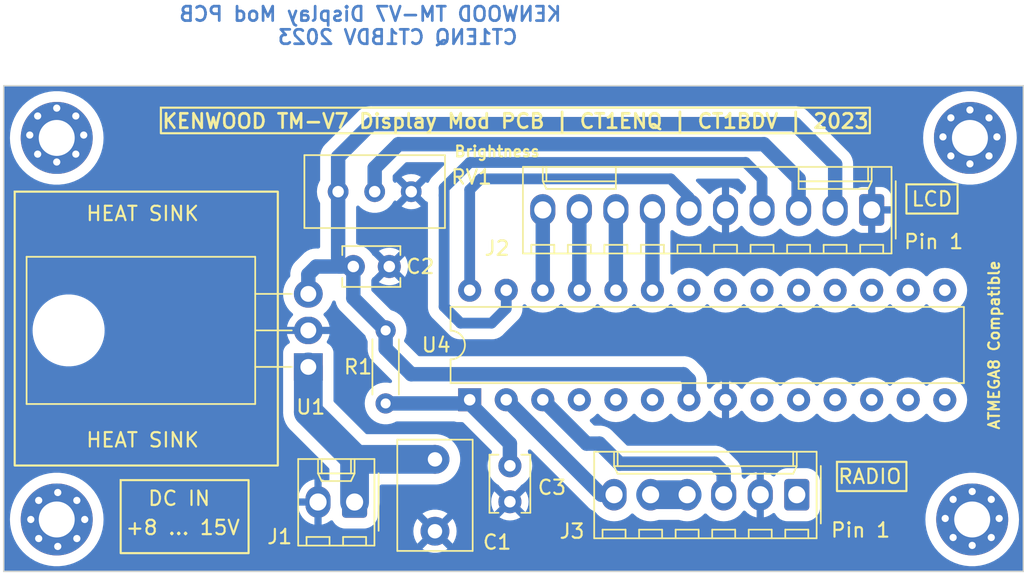
<source format=kicad_pcb>
(kicad_pcb (version 20221018) (generator pcbnew)
  (layers (0 "F.Cu" signal) (31 "B.Cu" signal) (34 "B.Paste" user) (35 "F.Paste" user) (36 "B.SilkS" user "B.Silkscreen") (37 "F.SilkS" user "F.Silkscreen") (38 "B.Mask" user) (39 "F.Mask" user) (44 "Edge.Cuts" user))
  (net 0 "")
  (net 1 "Net-(U4-PC6{slash}~{RESET})")
  (net 2 "Net-(J3-Pin_6)")
  (net 3 "Net-(J3-Pin_3)")
  (net 7 "VCC")
  (net 8 "GND")
  (net 23 "Net-(J2-Pin_7)")
  (net 24 "Net-(J2-Pin_8)")
  (net 25 "Net-(J2-Pin_9)")
  (net 26 "Net-(J2-Pin_10)")
  (net 27 "Net-(J2-Pin_4)")
  (net 28 "Net-(J2-Pin_6)")
  (net 29 "Net-(J1-Pin_1)")
  (net 30 "LCD_C")
  (net 32 "Net-(J3-Pin_4)")
  (footprint "Resistor_THT:R_Axial_DIN0204_L3.6mm_D1.6mm_P5.08mm_Horizontal" (layer "F.Cu") (at 103.251 77.47 90)
    (fp_text reference "R1" (at 2.54 -1.92) (layer "F.SilkS"))
    (fp_text value "10k")
    (fp_line (start 0.62 -0.92) (end 4.46 -0.92) (stroke (width 0.12)) (layer "F.SilkS"))
    (fp_line (start 0.62 0.92) (end 4.46 0.92) (stroke (width 0.12)) (layer "F.SilkS"))
    (pad "1" thru_hole circle (at 0 0 90) (size 1.4 1.4) (drill 0.7) (layers "*.Cu" "*.Mask") (net 1 "Net-(U4-PC6{slash}~{RESET})"))
    (pad "2" thru_hole oval (at 5.08 0 90) (size 1.4 1.4) (drill 0.7) (layers "*.Cu" "*.Mask") (net 7 "VCC"))
  )
  (footprint "Connector_Molex:Molex_KK-254_AE-6410-10A_1x10_P2.54mm_Vertical" (layer "F.Cu") (at 137.033 64.008 180)
    (fp_text reference "J2" (at 26.035 -2.667) (layer "F.SilkS"))
    (fp_text value "Conn_01x10")
    (fp_line (start -1.67 -2) (end -1.67 2) (stroke (width 0.12)) (layer "F.SilkS"))
    (fp_line (start -1.38 -3.03) (end -1.38 2.99) (stroke (width 0.12)) (layer "F.SilkS"))
    (fp_line (start -1.38 2.99) (end 24.24 2.99) (stroke (width 0.12)) (layer "F.SilkS"))
    (fp_line (start -0.8 -3.03) (end -0.8 -2.43) (stroke (width 0.12)) (layer "F.SilkS"))
    (fp_line (start -0.8 -2.43) (end 0.8 -2.43) (stroke (width 0.12)) (layer "F.SilkS"))
    (fp_line (start 0 1.99) (end 0.25 1.46) (stroke (width 0.12)) (layer "F.SilkS"))
    (fp_line (start 0 1.99) (end 5.08 1.99) (stroke (width 0.12)) (layer "F.SilkS"))
    (fp_line (start 0 2.99) (end 0 1.99) (stroke (width 0.12)) (layer "F.SilkS"))
    (fp_line (start 0.25 1.46) (end 5.08 1.46) (stroke (width 0.12)) (layer "F.SilkS"))
    (fp_line (start 0.25 2.99) (end 0.25 1.99) (stroke (width 0.12)) (layer "F.SilkS"))
    (fp_line (start 0.8 -2.43) (end 0.8 -3.03) (stroke (width 0.12)) (layer "F.SilkS"))
    (fp_line (start 1.74 -3.03) (end 1.74 -2.43) (stroke (width 0.12)) (layer "F.SilkS"))
    (fp_line (start 1.74 -2.43) (end 3.34 -2.43) (stroke (width 0.12)) (layer "F.SilkS"))
    (fp_line (start 3.34 -2.43) (end 3.34 -3.03) (stroke (width 0.12)) (layer "F.SilkS"))
    (fp_line (start 4.28 -3.03) (end 4.28 -2.43) (stroke (width 0.12)) (layer "F.SilkS"))
    (fp_line (start 4.28 -2.43) (end 5.88 -2.43) (stroke (width 0.12)) (layer "F.SilkS"))
    (fp_line (start 5.08 1.46) (end 5.08 1.99) (stroke (width 0.12)) (layer "F.SilkS"))
    (fp_line (start 5.08 1.99) (end 5.08 2.99) (stroke (width 0.12)) (layer "F.SilkS"))
    (fp_line (start 5.88 -2.43) (end 5.88 -3.03) (stroke (width 0.12)) (layer "F.SilkS"))
    (fp_line (start 6.82 -3.03) (end 6.82 -2.43) (stroke (width 0.12)) (layer "F.SilkS"))
    (fp_line (start 6.82 -2.43) (end 8.42 -2.43) (stroke (width 0.12)) (layer "F.SilkS"))
    (fp_line (start 8.42 -2.43) (end 8.42 -3.03) (stroke (width 0.12)) (layer "F.SilkS"))
    (fp_line (start 9.36 -3.03) (end 9.36 -2.43) (stroke (width 0.12)) (layer "F.SilkS"))
    (fp_line (start 9.36 -2.43) (end 10.96 -2.43) (stroke (width 0.12)) (layer "F.SilkS"))
    (fp_line (start 10.96 -2.43) (end 10.96 -3.03) (stroke (width 0.12)) (layer "F.SilkS"))
    (fp_line (start 11.9 -3.03) (end 11.9 -2.43) (stroke (width 0.12)) (layer "F.SilkS"))
    (fp_line (start 11.9 -2.43) (end 13.5 -2.43) (stroke (width 0.12)) (layer "F.SilkS"))
    (fp_line (start 13.5 -2.43) (end 13.5 -3.03) (stroke (width 0.12)) (layer "F.SilkS"))
    (fp_line (start 14.44 -3.03) (end 14.44 -2.43) (stroke (width 0.12)) (layer "F.SilkS"))
    (fp_line (start 14.44 -2.43) (end 16.04 -2.43) (stroke (width 0.12)) (layer "F.SilkS"))
    (fp_line (start 16.04 -2.43) (end 16.04 -3.03) (stroke (width 0.12)) (layer "F.SilkS"))
    (fp_line (start 16.98 -3.03) (end 16.98 -2.43) (stroke (width 0.12)) (layer "F.SilkS"))
    (fp_line (start 16.98 -2.43) (end 18.58 -2.43) (stroke (width 0.12)) (layer "F.SilkS"))
    (fp_line (start 17.78 1.46) (end 17.78 1.99) (stroke (width 0.12)) (layer "F.SilkS"))
    (fp_line (start 17.78 1.99) (end 17.78 2.99) (stroke (width 0.12)) (layer "F.SilkS"))
    (fp_line (start 18.58 -2.43) (end 18.58 -3.03) (stroke (width 0.12)) (layer "F.SilkS"))
    (fp_line (start 19.52 -3.03) (end 19.52 -2.43) (stroke (width 0.12)) (layer "F.SilkS"))
    (fp_line (start 19.52 -2.43) (end 21.12 -2.43) (stroke (width 0.12)) (layer "F.SilkS"))
    (fp_line (start 21.12 -2.43) (end 21.12 -3.03) (stroke (width 0.12)) (layer "F.SilkS"))
    (fp_line (start 22.06 -3.03) (end 22.06 -2.43) (stroke (width 0.12)) (layer "F.SilkS"))
    (fp_line (start 22.06 -2.43) (end 23.66 -2.43) (stroke (width 0.12)) (layer "F.SilkS"))
    (fp_line (start 22.61 1.46) (end 17.78 1.46) (stroke (width 0.12)) (layer "F.SilkS"))
    (fp_line (start 22.61 2.99) (end 22.61 1.99) (stroke (width 0.12)) (layer "F.SilkS"))
    (fp_line (start 22.86 1.99) (end 17.78 1.99) (stroke (width 0.12)) (layer "F.SilkS"))
    (fp_line (start 22.86 1.99) (end 22.61 1.46) (stroke (width 0.12)) (layer "F.SilkS"))
    (fp_line (start 22.86 2.99) (end 22.86 1.99) (stroke (width 0.12)) (layer "F.SilkS"))
    (fp_line (start 23.66 -2.43) (end 23.66 -3.03) (stroke (width 0.12)) (layer "F.SilkS"))
    (fp_line (start 24.24 -3.03) (end -1.38 -3.03) (stroke (width 0.12)) (layer "F.SilkS"))
    (fp_line (start 24.24 2.99) (end 24.24 -3.03) (stroke (width 0.12)) (layer "F.SilkS"))
    (pad "1" thru_hole roundrect (at 0 0 180) (size 1.74 2.19) (drill 1.19) (layers "*.Cu" "*.Mask") (roundrect_rratio 0.143678) (net 8 "GND"))
    (pad "2" thru_hole oval (at 2.54 0 180) (size 1.74 2.19) (drill 1.19) (layers "*.Cu" "*.Mask") (net 7 "VCC"))
    (pad "3" thru_hole oval (at 5.08 0 180) (size 1.74 2.19) (drill 1.19) (layers "*.Cu" "*.Mask") (net 30 "LCD_C"))
    (pad "4" thru_hole oval (at 7.62 0 180) (size 1.74 2.19) (drill 1.19) (layers "*.Cu" "*.Mask") (net 27 "Net-(J2-Pin_4)"))
    (pad "5" thru_hole oval (at 10.16 0 180) (size 1.74 2.19) (drill 1.19) (layers "*.Cu" "*.Mask") (net 8 "GND"))
    (pad "6" thru_hole oval (at 12.7 0 180) (size 1.74 2.19) (drill 1.19) (layers "*.Cu" "*.Mask") (net 28 "Net-(J2-Pin_6)"))
    (pad "7" thru_hole oval (at 15.24 0 180) (size 1.74 2.19) (drill 1.19) (layers "*.Cu" "*.Mask") (net 23 "Net-(J2-Pin_7)"))
    (pad "8" thru_hole oval (at 17.78 0 180) (size 1.74 2.19) (drill 1.19) (layers "*.Cu" "*.Mask") (net 24 "Net-(J2-Pin_8)"))
    (pad "9" thru_hole oval (at 20.32 0 180) (size 1.74 2.19) (drill 1.19) (layers "*.Cu" "*.Mask") (net 25 "Net-(J2-Pin_9)"))
    (pad "10" thru_hole oval (at 22.86 0 180) (size 1.74 2.19) (drill 1.19) (layers "*.Cu" "*.Mask") (net 26 "Net-(J2-Pin_10)"))
  )
  (footprint "MountingHole:MountingHole_2.5mm_Pad_Via" (layer "F.Cu") (at 80.462175 85.542175)
    (fp_text reference "REF**" hide)
    (fp_text value "MountingHole_2.5mm_Pad_Via" hide)
    (pad "1" thru_hole circle (at -1.875 0) (size 0.8 0.8) (drill 0.5) (layers "*.Cu" "*.Mask"))
    (pad "1" thru_hole circle (at -1.325825 -1.325825) (size 0.8 0.8) (drill 0.5) (layers "*.Cu" "*.Mask"))
    (pad "1" thru_hole circle (at -1.325825 1.325825) (size 0.8 0.8) (drill 0.5) (layers "*.Cu" "*.Mask"))
    (pad "1" thru_hole circle (at -0.071175 0) (size 5 5) (drill 2.5) (layers "*.Cu" "*.Mask"))
    (pad "1" thru_hole circle (at 0 -1.875) (size 0.8 0.8) (drill 0.5) (layers "*.Cu" "*.Mask"))
    (pad "1" thru_hole circle (at 0 1.875) (size 0.8 0.8) (drill 0.5) (layers "*.Cu" "*.Mask"))
    (pad "1" thru_hole circle (at 1.325825 -1.325825) (size 0.8 0.8) (drill 0.5) (layers "*.Cu" "*.Mask"))
    (pad "1" thru_hole circle (at 1.325825 1.325825) (size 0.8 0.8) (drill 0.5) (layers "*.Cu" "*.Mask"))
    (pad "1" thru_hole circle (at 1.875 0) (size 0.8 0.8) (drill 0.5) (layers "*.Cu" "*.Mask"))
  )
  (footprint "MountingHole:MountingHole_2.5mm_Pad_Via" (layer "F.Cu") (at 80.391 58.801)
    (fp_text reference "REF**" hide)
    (fp_text value "MountingHole_2.5mm_Pad_Via" hide)
    (pad "1" thru_hole circle (at -1.875 0) (size 0.8 0.8) (drill 0.5) (layers "*.Cu" "*.Mask"))
    (pad "1" thru_hole circle (at -1.325825 -1.325825) (size 0.8 0.8) (drill 0.5) (layers "*.Cu" "*.Mask"))
    (pad "1" thru_hole circle (at -1.325825 1.325825) (size 0.8 0.8) (drill 0.5) (layers "*.Cu" "*.Mask"))
    (pad "1" thru_hole circle (at 0 -1.875) (size 0.8 0.8) (drill 0.5) (layers "*.Cu" "*.Mask"))
    (pad "1" thru_hole circle (at 0 0.199) (size 5 5) (drill 2.5) (layers "*.Cu" "*.Mask"))
    (pad "1" thru_hole circle (at 0 1.875) (size 0.8 0.8) (drill 0.5) (layers "*.Cu" "*.Mask"))
    (pad "1" thru_hole circle (at 1.325825 -1.325825) (size 0.8 0.8) (drill 0.5) (layers "*.Cu" "*.Mask"))
    (pad "1" thru_hole circle (at 1.325825 1.325825) (size 0.8 0.8) (drill 0.5) (layers "*.Cu" "*.Mask"))
    (pad "1" thru_hole circle (at 1.875 0) (size 0.8 0.8) (drill 0.5) (layers "*.Cu" "*.Mask"))
  )
  (footprint "Capacitor_THT:C_Disc_D3.8mm_W2.6mm_P2.50mm" (layer "F.Cu") (at 111.887 81.808 -90)
    (fp_text reference "C3" (at 1.504 -2.921 -180) (layer "F.SilkS"))
    (fp_text value "100n")
    (fp_line (start -0.77 -1.42) (end -0.77 -0.795) (stroke (width 0.12)) (layer "F.SilkS"))
    (fp_line (start -0.77 -1.42) (end 3.27 -1.42) (stroke (width 0.12)) (layer "F.SilkS"))
    (fp_line (start -0.77 0.795) (end -0.77 1.42) (stroke (width 0.12)) (layer "F.SilkS"))
    (fp_line (start -0.77 1.42) (end 3.27 1.42) (stroke (width 0.12)) (layer "F.SilkS"))
    (fp_line (start 3.27 -1.42) (end 3.27 -0.795) (stroke (width 0.12)) (layer "F.SilkS"))
    (fp_line (start 3.27 0.795) (end 3.27 1.42) (stroke (width 0.12)) (layer "F.SilkS"))
    (pad "1" thru_hole circle (at 0 0 270) (size 1.6 1.6) (drill 0.8) (layers "*.Cu" "*.Mask") (net 1 "Net-(U4-PC6{slash}~{RESET})"))
    (pad "2" thru_hole circle (at 2.5 0 270) (size 1.6 1.6) (drill 0.8) (layers "*.Cu" "*.Mask") (net 8 "GND"))
  )
  (footprint "Connector_Molex:Molex_KK-254_AE-6410-02A_1x02_P2.54mm_Vertical" (layer "F.Cu") (at 101.092 84.328 180)
    (fp_text reference "J1" (at 5.207 -2.413) (layer "F.SilkS"))
    (fp_text value "DC IN" (at 12.192 0.254) (layer "F.SilkS"))
    (fp_line (start -1.67 -2) (end -1.67 2) (stroke (width 0.12)) (layer "F.SilkS"))
    (fp_line (start -1.38 -3.03) (end -1.38 2.99) (stroke (width 0.12)) (layer "F.SilkS"))
    (fp_line (start -1.38 2.99) (end 3.92 2.99) (stroke (width 0.12)) (layer "F.SilkS"))
    (fp_line (start -0.8 -3.03) (end -0.8 -2.43) (stroke (width 0.12)) (layer "F.SilkS"))
    (fp_line (start -0.8 -2.43) (end 0.8 -2.43) (stroke (width 0.12)) (layer "F.SilkS"))
    (fp_line (start 0 1.99) (end 0.25 1.46) (stroke (width 0.12)) (layer "F.SilkS"))
    (fp_line (start 0 1.99) (end 2.54 1.99) (stroke (width 0.12)) (layer "F.SilkS"))
    (fp_line (start 0 2.99) (end 0 1.99) (stroke (width 0.12)) (layer "F.SilkS"))
    (fp_line (start 0.25 1.46) (end 2.29 1.46) (stroke (width 0.12)) (layer "F.SilkS"))
    (fp_line (start 0.25 2.99) (end 0.25 1.99) (stroke (width 0.12)) (layer "F.SilkS"))
    (fp_line (start 0.8 -2.43) (end 0.8 -3.03) (stroke (width 0.12)) (layer "F.SilkS"))
    (fp_line (start 1.74 -3.03) (end 1.74 -2.43) (stroke (width 0.12)) (layer "F.SilkS"))
    (fp_line (start 1.74 -2.43) (end 3.34 -2.43) (stroke (width 0.12)) (layer "F.SilkS"))
    (fp_line (start 2.29 1.46) (end 2.54 1.99) (stroke (width 0.12)) (layer "F.SilkS"))
    (fp_line (start 2.29 2.99) (end 2.29 1.99) (stroke (width 0.12)) (layer "F.SilkS"))
    (fp_line (start 2.54 1.99) (end 2.54 2.99) (stroke (width 0.12)) (layer "F.SilkS"))
    (fp_line (start 3.34 -2.43) (end 3.34 -3.03) (stroke (width 0.12)) (layer "F.SilkS"))
    (fp_line (start 3.92 -3.03) (end -1.38 -3.03) (stroke (width 0.12)) (layer "F.SilkS"))
    (fp_line (start 3.92 2.99) (end 3.92 -3.03) (stroke (width 0.12)) (layer "F.SilkS"))
    (pad "1" thru_hole roundrect (at 0 0 180) (size 1.74 2.19) (drill 1.19) (layers "*.Cu" "*.Mask") (roundrect_rratio 0.143678) (net 29 "Net-(J1-Pin_1)"))
    (pad "2" thru_hole oval (at 2.54 0 180) (size 1.74 2.19) (drill 1.19) (layers "*.Cu" "*.Mask") (net 8 "GND"))
  )
  (footprint "Package_DIP:DIP-28_W7.62mm" (layer "F.Cu") (at 109.093 77.216 90)
    (fp_text reference "U4" (at 3.81 -2.33 180) (layer "F.SilkS"))
    (fp_text value "ATmega8-16P")
    (fp_line (start 1.16 -1.33) (end 1.16 34.35) (stroke (width 0.12)) (layer "F.SilkS"))
    (fp_line (start 1.16 34.35) (end 6.46 34.35) (stroke (width 0.12)) (layer "F.SilkS"))
    (fp_line (start 2.81 -1.33) (end 1.16 -1.33) (stroke (width 0.12)) (layer "F.SilkS"))
    (fp_line (start 6.46 -1.33) (end 4.81 -1.33) (stroke (width 0.12)) (layer "F.SilkS"))
    (fp_line (start 6.46 34.35) (end 6.46 -1.33) (stroke (width 0.12)) (layer "F.SilkS"))
    (fp_arc (start 4.81 -1.33) (mid 3.81 -0.33) (end 2.81 -1.33) (stroke (width 0.12)) (layer "F.SilkS"))
    (pad "1" thru_hole rect (at 0 0 90) (size 1.6 1.6) (drill 0.8) (layers "*.Cu" "*.Mask") (net 1 "Net-(U4-PC6{slash}~{RESET})"))
    (pad "2" thru_hole oval (at 0 2.54 90) (size 1.6 1.6) (drill 0.8) (layers "*.Cu" "*.Mask") (net 2 "Net-(J3-Pin_6)"))
    (pad "3" thru_hole oval (at 0 5.08 90) (size 1.6 1.6) (drill 0.8) (layers "*.Cu" "*.Mask") (net 3 "Net-(J3-Pin_3)"))
    (pad "4" thru_hole oval (at 0 7.62 90) (size 1.6 1.6) (drill 0.8) (layers "*.Cu" "*.Mask"))
    (pad "5" thru_hole oval (at 0 10.16 90) (size 1.6 1.6) (drill 0.8) (layers "*.Cu" "*.Mask"))
    (pad "6" thru_hole oval (at 0 12.7 90) (size 1.6 1.6) (drill 0.8) (layers "*.Cu" "*.Mask"))
    (pad "7" thru_hole oval (at 0 15.24 90) (size 1.6 1.6) (drill 0.8) (layers "*.Cu" "*.Mask") (net 7 "VCC"))
    (pad "8" thru_hole oval (at 0 17.78 90) (size 1.6 1.6) (drill 0.8) (layers "*.Cu" "*.Mask") (net 8 "GND"))
    (pad "9" thru_hole oval (at 0 20.32 90) (size 1.6 1.6) (drill 0.8) (layers "*.Cu" "*.Mask"))
    (pad "10" thru_hole oval (at 0 22.86 90) (size 1.6 1.6) (drill 0.8) (layers "*.Cu" "*.Mask"))
    (pad "11" thru_hole oval (at 0 25.4 90) (size 1.6 1.6) (drill 0.8) (layers "*.Cu" "*.Mask"))
    (pad "12" thru_hole oval (at 0 27.94 90) (size 1.6 1.6) (drill 0.8) (layers "*.Cu" "*.Mask"))
    (pad "13" thru_hole oval (at 0 30.48 90) (size 1.6 1.6) (drill 0.8) (layers "*.Cu" "*.Mask"))
    (pad "14" thru_hole oval (at 0 33.02 90) (size 1.6 1.6) (drill 0.8) (layers "*.Cu" "*.Mask"))
    (pad "15" thru_hole oval (at 7.62 33.02 90) (size 1.6 1.6) (drill 0.8) (layers "*.Cu" "*.Mask"))
    (pad "16" thru_hole oval (at 7.62 30.48 90) (size 1.6 1.6) (drill 0.8) (layers "*.Cu" "*.Mask"))
    (pad "17" thru_hole oval (at 7.62 27.94 90) (size 1.6 1.6) (drill 0.8) (layers "*.Cu" "*.Mask"))
    (pad "18" thru_hole oval (at 7.62 25.4 90) (size 1.6 1.6) (drill 0.8) (layers "*.Cu" "*.Mask"))
    (pad "19" thru_hole oval (at 7.62 22.86 90) (size 1.6 1.6) (drill 0.8) (layers "*.Cu" "*.Mask"))
    (pad "20" thru_hole oval (at 7.62 20.32 90) (size 1.6 1.6) (drill 0.8) (layers "*.Cu" "*.Mask"))
    (pad "21" thru_hole oval (at 7.62 17.78 90) (size 1.6 1.6) (drill 0.8) (layers "*.Cu" "*.Mask"))
    (pad "22" thru_hole oval (at 7.62 15.24 90) (size 1.6 1.6) (drill 0.8) (layers "*.Cu" "*.Mask"))
    (pad "23" thru_hole oval (at 7.62 12.7 90) (size 1.6 1.6) (drill 0.8) (layers "*.Cu" "*.Mask") (net 23 "Net-(J2-Pin_7)"))
    (pad "24" thru_hole oval (at 7.62 10.16 90) (size 1.6 1.6) (drill 0.8) (layers "*.Cu" "*.Mask") (net 24 "Net-(J2-Pin_8)"))
    (pad "25" thru_hole oval (at 7.62 7.62 90) (size 1.6 1.6) (drill 0.8) (layers "*.Cu" "*.Mask") (net 25 "Net-(J2-Pin_9)"))
    (pad "26" thru_hole oval (at 7.62 5.08 90) (size 1.6 1.6) (drill 0.8) (layers "*.Cu" "*.Mask") (net 26 "Net-(J2-Pin_10)"))
    (pad "27" thru_hole oval (at 7.62 2.54 90) (size 1.6 1.6) (drill 0.8) (layers "*.Cu" "*.Mask") (net 27 "Net-(J2-Pin_4)"))
    (pad "28" thru_hole oval (at 7.62 0 90) (size 1.6 1.6) (drill 0.8) (layers "*.Cu" "*.Mask") (net 28 "Net-(J2-Pin_6)"))
  )
  (footprint "Capacitor_THT:C_Disc_D7.5mm_W5.0mm_P5.00mm" (layer "F.Cu") (at 106.68 81.36 -90)
    (fp_text reference "C1" (at 5.762 -4.318 -180) (layer "F.SilkS"))
    (fp_text value "0.33u")
    (fp_line (start -1.37 -2.62) (end -1.37 2.62) (stroke (width 0.12)) (layer "F.SilkS"))
    (fp_line (start -1.37 -2.62) (end 6.37 -2.62) (stroke (width 0.12)) (layer "F.SilkS"))
    (fp_line (start -1.37 2.62) (end 6.37 2.62) (stroke (width 0.12)) (layer "F.SilkS"))
    (fp_line (start 6.37 -2.62) (end 6.37 2.62) (stroke (width 0.12)) (layer "F.SilkS"))
    (pad "1" thru_hole circle (at 0 0 270) (size 2 2) (drill 1) (layers "*.Cu" "*.Mask") (net 29 "Net-(J1-Pin_1)"))
    (pad "2" thru_hole circle (at 5 0 270) (size 2 2) (drill 1) (layers "*.Cu" "*.Mask") (net 8 "GND"))
  )
  (footprint "Connector_Molex:Molex_KK-254_AE-6410-06A_1x06_P2.54mm_Vertical" (layer "F.Cu") (at 131.826 83.82 180)
    (fp_text reference "J3" (at 15.621 -2.54) (layer "F.SilkS"))
    (fp_text value "Kenwood CAT Connector")
    (fp_line (start -1.67 -2) (end -1.67 2) (stroke (width 0.12)) (layer "F.SilkS"))
    (fp_line (start -1.38 -3.03) (end -1.38 2.99) (stroke (width 0.12)) (layer "F.SilkS"))
    (fp_line (start -1.38 2.99) (end 14.08 2.99) (stroke (width 0.12)) (layer "F.SilkS"))
    (fp_line (start -0.8 -3.03) (end -0.8 -2.43) (stroke (width 0.12)) (layer "F.SilkS"))
    (fp_line (start -0.8 -2.43) (end 0.8 -2.43) (stroke (width 0.12)) (layer "F.SilkS"))
    (fp_line (start 0 1.99) (end 0.25 1.46) (stroke (width 0.12)) (layer "F.SilkS"))
    (fp_line (start 0 1.99) (end 12.7 1.99) (stroke (width 0.12)) (layer "F.SilkS"))
    (fp_line (start 0 2.99) (end 0 1.99) (stroke (width 0.12)) (layer "F.SilkS"))
    (fp_line (start 0.25 1.46) (end 12.45 1.46) (stroke (width 0.12)) (layer "F.SilkS"))
    (fp_line (start 0.25 2.99) (end 0.25 1.99) (stroke (width 0.12)) (layer "F.SilkS"))
    (fp_line (start 0.8 -2.43) (end 0.8 -3.03) (stroke (width 0.12)) (layer "F.SilkS"))
    (fp_line (start 1.74 -3.03) (end 1.74 -2.43) (stroke (width 0.12)) (layer "F.SilkS"))
    (fp_line (start 1.74 -2.43) (end 3.34 -2.43) (stroke (width 0.12)) (layer "F.SilkS"))
    (fp_line (start 3.34 -2.43) (end 3.34 -3.03) (stroke (width 0.12)) (layer "F.SilkS"))
    (fp_line (start 4.28 -3.03) (end 4.28 -2.43) (stroke (width 0.12)) (layer "F.SilkS"))
    (fp_line (start 4.28 -2.43) (end 5.88 -2.43) (stroke (width 0.12)) (layer "F.SilkS"))
    (fp_line (start 5.88 -2.43) (end 5.88 -3.03) (stroke (width 0.12)) (layer "F.SilkS"))
    (fp_line (start 6.82 -3.03) (end 6.82 -2.43) (stroke (width 0.12)) (layer "F.SilkS"))
    (fp_line (start 6.82 -2.43) (end 8.42 -2.43) (stroke (width 0.12)) (layer "F.SilkS"))
    (fp_line (start 8.42 -2.43) (end 8.42 -3.03) (stroke (width 0.12)) (layer "F.SilkS"))
    (fp_line (start 9.36 -3.03) (end 9.36 -2.43) (stroke (width 0.12)) (layer "F.SilkS"))
    (fp_line (start 9.36 -2.43) (end 10.96 -2.43) (stroke (width 0.12)) (layer "F.SilkS"))
    (fp_line (start 10.96 -2.43) (end 10.96 -3.03) (stroke (width 0.12)) (layer "F.SilkS"))
    (fp_line (start 11.9 -3.03) (end 11.9 -2.43) (stroke (width 0.12)) (layer "F.SilkS"))
    (fp_line (start 11.9 -2.43) (end 13.5 -2.43) (stroke (width 0.12)) (layer "F.SilkS"))
    (fp_line (start 12.45 1.46) (end 12.7 1.99) (stroke (width 0.12)) (layer "F.SilkS"))
    (fp_line (start 12.45 2.99) (end 12.45 1.99) (stroke (width 0.12)) (layer "F.SilkS"))
    (fp_line (start 12.7 1.99) (end 12.7 2.99) (stroke (width 0.12)) (layer "F.SilkS"))
    (fp_line (start 13.5 -2.43) (end 13.5 -3.03) (stroke (width 0.12)) (layer "F.SilkS"))
    (fp_line (start 14.08 -3.03) (end -1.38 -3.03) (stroke (width 0.12)) (layer "F.SilkS"))
    (fp_line (start 14.08 2.99) (end 14.08 -3.03) (stroke (width 0.12)) (layer "F.SilkS"))
    (pad "1" thru_hole roundrect (at 0 0 180) (size 1.74 2.19) (drill 1.19) (layers "*.Cu" "*.Mask") (roundrect_rratio 0.143678))
    (pad "2" thru_hole oval (at 2.54 0 180) (size 1.74 2.19) (drill 1.19) (layers "*.Cu" "*.Mask") (net 8 "GND"))
    (pad "3" thru_hole oval (at 5.08 0 180) (size 1.74 2.19) (drill 1.19) (layers "*.Cu" "*.Mask") (net 3 "Net-(J3-Pin_3)"))
    (pad "4" thru_hole oval (at 7.62 0 180) (size 1.74 2.19) (drill 1.19) (layers "*.Cu" "*.Mask") (net 32 "Net-(J3-Pin_4)"))
    (pad "5" thru_hole oval (at 10.16 0 180) (size 1.74 2.19) (drill 1.19) (layers "*.Cu" "*.Mask") (net 32 "Net-(J3-Pin_4)"))
    (pad "6" thru_hole oval (at 12.7 0 180) (size 1.74 2.19) (drill 1.19) (layers "*.Cu" "*.Mask") (net 2 "Net-(J3-Pin_6)"))
  )
  (footprint "Package_TO_SOT_THT:TO-220-3_Horizontal_TabDown" (layer "F.Cu") (at 97.876 74.93 90)
    (fp_text reference "U1" (at -2.794 0.168 180) (layer "F.SilkS"))
    (fp_text value "L7805")
    (fp_line (start -2.58 -19.58) (end -2.58 -3.69) (stroke (width 0.12)) (layer "F.SilkS"))
    (fp_line (start -2.58 -19.58) (end 7.66 -19.58) (stroke (width 0.12)) (layer "F.SilkS"))
    (fp_line (start -2.58 -3.69) (end 7.66 -3.69) (stroke (width 0.12)) (layer "F.SilkS"))
    (fp_line (start 0 -3.69) (end 0 -1.15) (stroke (width 0.12)) (layer "F.SilkS"))
    (fp_line (start 2.54 -3.69) (end 2.54 -1.15) (stroke (width 0.12)) (layer "F.SilkS"))
    (fp_line (start 5.08 -3.69) (end 5.08 -1.15) (stroke (width 0.12)) (layer "F.SilkS"))
    (fp_line (start 7.66 -19.58) (end 7.66 -3.69) (stroke (width 0.12)) (layer "F.SilkS"))
    (pad "" np_thru_hole oval (at 2.54 -16.66 90) (size 3.5 3.5) (drill 3.5) (layers "*.Cu" "*.Mask"))
    (pad "1" thru_hole rect (at 0 0 90) (size 1.905 2) (drill 1.1) (layers "*.Cu" "*.Mask") (net 29 "Net-(J1-Pin_1)"))
    (pad "2" thru_hole oval (at 2.54 0 90) (size 1.905 2) (drill 1.1) (layers "*.Cu" "*.Mask") (net 8 "GND"))
    (pad "3" thru_hole oval (at 5.08 0 90) (size 1.905 2) (drill 1.1) (layers "*.Cu" "*.Mask") (net 7 "VCC"))
  )
  (footprint "Capacitor_THT:C_Disc_D3.8mm_W2.6mm_P2.50mm" (layer "F.Cu") (at 101.005 67.945)
    (fp_text reference "C2" (at 4.659 0 180) (layer "F.SilkS"))
    (fp_text value "100n")
    (fp_line (start -0.77 -1.42) (end -0.77 -0.795) (stroke (width 0.12)) (layer "F.SilkS"))
    (fp_line (start -0.77 -1.42) (end 3.27 -1.42) (stroke (width 0.12)) (layer "F.SilkS"))
    (fp_line (start -0.77 0.795) (end -0.77 1.42) (stroke (width 0.12)) (layer "F.SilkS"))
    (fp_line (start -0.77 1.42) (end 3.27 1.42) (stroke (width 0.12)) (layer "F.SilkS"))
    (fp_line (start 3.27 -1.42) (end 3.27 -0.795) (stroke (width 0.12)) (layer "F.SilkS"))
    (fp_line (start 3.27 0.795) (end 3.27 1.42) (stroke (width 0.12)) (layer "F.SilkS"))
    (pad "1" thru_hole circle (at 0 0) (size 1.6 1.6) (drill 0.8) (layers "*.Cu" "*.Mask") (net 7 "VCC"))
    (pad "2" thru_hole circle (at 2.5 0) (size 1.6 1.6) (drill 0.8) (layers "*.Cu" "*.Mask") (net 8 "GND"))
  )
  (footprint "MountingHole:MountingHole_2.5mm_Pad_Via" (layer "F.Cu") (at 143.861 58.928)
    (fp_text reference "REF**" hide)
    (fp_text value "MountingHole_2.5mm_Pad_Via" hide)
    (pad "1" thru_hole circle (at -1.875 0) (size 0.8 0.8) (drill 0.5) (layers "*.Cu" "*.Mask"))
    (pad "1" thru_hole circle (at -1.325825 -1.325825) (size 0.8 0.8) (drill 0.5) (layers "*.Cu" "*.Mask"))
    (pad "1" thru_hole circle (at -1.325825 1.325825) (size 0.8 0.8) (drill 0.5) (layers "*.Cu" "*.Mask"))
    (pad "1" thru_hole circle (at 0 -1.875) (size 0.8 0.8) (drill 0.5) (layers "*.Cu" "*.Mask"))
    (pad "1" thru_hole circle (at 0 0.072) (size 5 5) (drill 2.5) (layers "*.Cu" "*.Mask"))
    (pad "1" thru_hole circle (at 0 1.875) (size 0.8 0.8) (drill 0.5) (layers "*.Cu" "*.Mask"))
    (pad "1" thru_hole circle (at 1.325825 -1.325825) (size 0.8 0.8) (drill 0.5) (layers "*.Cu" "*.Mask"))
    (pad "1" thru_hole circle (at 1.325825 1.325825) (size 0.8 0.8) (drill 0.5) (layers "*.Cu" "*.Mask"))
    (pad "1" thru_hole circle (at 1.875 0) (size 0.8 0.8) (drill 0.5) (layers "*.Cu" "*.Mask"))
  )
  (footprint "MountingHole:MountingHole_2.5mm_Pad_Via" (layer "F.Cu") (at 144.018 85.471)
    (fp_text reference "REF**" hide)
    (fp_text value "MountingHole_2.5mm_Pad_Via" hide)
    (pad "1" thru_hole circle (at -1.875 0) (size 0.8 0.8) (drill 0.5) (layers "*.Cu" "*.Mask"))
    (pad "1" thru_hole circle (at -1.325825 -1.325825) (size 0.8 0.8) (drill 0.5) (layers "*.Cu" "*.Mask"))
    (pad "1" thru_hole circle (at -1.325825 1.325825) (size 0.8 0.8) (drill 0.5) (layers "*.Cu" "*.Mask"))
    (pad "1" thru_hole circle (at 0 -1.875) (size 0.8 0.8) (drill 0.5) (layers "*.Cu" "*.Mask"))
    (pad "1" thru_hole circle (at 0 0.071175) (size 5 5) (drill 2.5) (layers "*.Cu" "*.Mask"))
    (pad "1" thru_hole circle (at 0 1.875) (size 0.8 0.8) (drill 0.5) (layers "*.Cu" "*.Mask"))
    (pad "1" thru_hole circle (at 1.325825 -1.325825) (size 0.8 0.8) (drill 0.5) (layers "*.Cu" "*.Mask"))
    (pad "1" thru_hole circle (at 1.325825 1.325825) (size 0.8 0.8) (drill 0.5) (layers "*.Cu" "*.Mask"))
    (pad "1" thru_hole circle (at 1.875 0) (size 0.8 0.8) (drill 0.5) (layers "*.Cu" "*.Mask"))
  )
  (footprint "Potentiometer_THT:Potentiometer_Bourns_3296W_Vertical" (layer "F.Cu") (at 99.949 62.738 180)
    (fp_text reference "RV1" (at -9.271 1.016) (layer "F.SilkS"))
    (fp_text value "R_Potentiometer")
    (fp_line (start -7.425 -2.53) (end -7.425 2.54) (stroke (width 0.12)) (layer "F.SilkS"))
    (fp_line (start -7.425 -2.53) (end 2.345 -2.53) (stroke (width 0.12)) (layer "F.SilkS"))
    (fp_line (start -7.425 2.54) (end 2.345 2.54) (stroke (width 0.12)) (layer "F.SilkS"))
    (fp_line (start 2.345 -2.53) (end 2.345 2.54) (stroke (width 0.12)) (layer "F.SilkS"))
    (pad "1" thru_hole circle (at 0 0 180) (size 1.44 1.44) (drill 0.8) (layers "*.Cu" "*.Mask") (net 7 "VCC"))
    (pad "2" thru_hole circle (at -2.54 0 180) (size 1.44 1.44) (drill 0.8) (layers "*.Cu" "*.Mask") (net 30 "LCD_C"))
    (pad "3" thru_hole circle (at -5.08 0 180) (size 1.44 1.44) (drill 0.8) (layers "*.Cu" "*.Mask") (net 8 "GND"))
  )
  (gr_rect (start 77.47 62.738) (end 95.758 81.788) (stroke (width 0.15)) (fill none) (layer "F.SilkS"))
  (gr_rect (start 87.63 56.896) (end 136.906 58.674) (stroke (width 0.15)) (fill none) (layer "F.SilkS"))
  (gr_rect (start 139.446 62.23) (end 143.002 64.262) (stroke (width 0.15)) (fill none) (layer "F.SilkS"))
  (gr_rect (start 134.62 81.534) (end 139.446 83.566) (stroke (width 0.15)) (fill none) (layer "F.SilkS"))
  (gr_rect (start 84.836 82.804) (end 93.726 87.884) (stroke (width 0.15)) (fill none) (layer "F.SilkS"))
  (gr_line (start 76.708 89.154) (end 76.708 55.372) (stroke (width 0.1)) (layer "Edge.Cuts"))
  (gr_line (start 76.708 55.372) (end 147.574 55.372) (stroke (width 0.1)) (layer "Edge.Cuts"))
  (gr_line (start 147.574 89.154) (end 76.708 89.154) (stroke (width 0.1)) (layer "Edge.Cuts"))
  (gr_line (start 147.574 55.372) (end 147.574 89.154) (stroke (width 0.1)) (layer "Edge.Cuts"))
  (gr_text "KENWOOD TM-V7 Display Mod PCB\n    CT1ENQ CT1BDV 2023" (at 115.57 52.578) (layer "B.Cu") (effects (font (size 1 1) (thickness 0.1875) bold) (justify left bottom mirror)))
  (gr_text "+8 ... 15V" (at 89.154 86.106) (layer "F.SilkS") (effects (font (size 1 1))))
  (gr_text "HEAT SINK" (at 86.36 64.262) (layer "F.SilkS") (effects (font (size 1 1))))
  (gr_text "KENWOOD TM-V7 Display Mod PCB | CT1ENQ | CT1BDV | 2023" (at 87.63 58.42) (layer "F.SilkS") (effects (font (size 1 1) (thickness 0.1875) bold) (justify left bottom)))
  (gr_text "Pin 1" (at 134.112 86.868) (layer "F.SilkS") (effects (font (size 1 1)) (justify left bottom)))
  (gr_text "Brightness" (at 110.998 59.944) (layer "F.SilkS") (effects (font (size 0.75 0.75))))
  (gr_text "ATMEGA8 Compatible" (at 145.542 73.406 90) (layer "F.SilkS") (effects (font (size 0.75 0.75))))
  (gr_text "LCD" (at 141.224 63.246) (layer "F.SilkS") (effects (font (size 1 1))))
  (gr_text "HEAT SINK" (at 86.36 80.01) (layer "F.SilkS") (effects (font (size 1 1))))
  (gr_text "Pin 1" (at 139.192 66.802) (layer "F.SilkS") (effects (font (size 1 1)) (justify left bottom)))
  (gr_text "RADIO" (at 136.906 82.55) (layer "F.SilkS") (effects (font (size 1 1))))
  (segment (start 111.887 80.264) (end 109.093 77.47) (width 1) (layer "B.Cu") (net 1))
  (segment (start 111.887 81.808) (end 111.887 80.264) (width 1) (layer "B.Cu") (net 1))
  (segment (start 108.839 77.47) (end 109.093 77.216) (width 0.75) (layer "B.Cu") (net 1))
  (segment (start 103.251 77.47) (end 108.839 77.47) (width 1) (layer "B.Cu") (net 1))
  (segment (start 118.237 83.82) (end 111.633 77.216) (width 1) (layer "B.Cu") (net 2))
  (segment (start 119.126 83.82) (end 118.237 83.82) (width 1) (layer "B.Cu") (net 2))
  (segment (start 126.746 83.82) (end 126.746 82.296) (width 1) (layer "B.Cu") (net 3))
  (segment (start 126.111 81.661) (end 119.507 81.661) (width 1) (layer "B.Cu") (net 3))
  (segment (start 117.221 80.264) (end 114.173 77.216) (width 1) (layer "B.Cu") (net 3))
  (segment (start 118.11 80.264) (end 117.221 80.264) (width 1) (layer "B.Cu") (net 3))
  (segment (start 126.746 82.296) (end 126.111 81.661) (width 1) (layer "B.Cu") (net 3))
  (segment (start 119.507 81.661) (end 118.11 80.264) (width 1) (layer "B.Cu") (net 3))
  (segment (start 99.949 67.818) (end 100.076 67.945) (width 1) (layer "B.Cu") (net 7))
  (segment (start 98.425 67.945) (end 100.076 67.945) (width 1) (layer "B.Cu") (net 7))
  (segment (start 103.251 73.66) (end 105.029 75.438) (width 1) (layer "B.Cu") (net 7))
  (segment (start 105.029 75.438) (end 123.952 75.438) (width 1) (layer "B.Cu") (net 7))
  (segment (start 99.949 60.325) (end 102.235 58.039) (width 1) (layer "B.Cu") (net 7))
  (segment (start 102.235 58.039) (end 131.699 58.039) (width 1) (layer "B.Cu") (net 7))
  (segment (start 100.076 67.945) (end 101.005 67.945) (width 1) (layer "B.Cu") (net 7))
  (segment (start 131.699 58.039) (end 134.493 60.833) (width 1) (layer "B.Cu") (net 7))
  (segment (start 97.876 69.85) (end 97.876 68.494) (width 1) (layer "B.Cu") (net 7))
  (segment (start 99.949 62.738) (end 99.949 67.818) (width 1) (layer "B.Cu") (net 7))
  (segment (start 101.005 67.945) (end 101.005 70.144) (width 1) (layer "B.Cu") (net 7))
  (segment (start 123.952 75.438) (end 124.333 75.819) (width 1) (layer "B.Cu") (net 7))
  (segment (start 103.251 72.39) (end 103.251 73.66) (width 1) (layer "B.Cu") (net 7))
  (segment (start 97.876 68.494) (end 98.425 67.945) (width 1) (layer "B.Cu") (net 7))
  (segment (start 124.333 75.819) (end 124.333 77.216) (width 1) (layer "B.Cu") (net 7))
  (segment (start 99.949 62.738) (end 99.949 60.325) (width 1) (layer "B.Cu") (net 7))
  (segment (start 134.493 60.833) (end 134.493 64.008) (width 1) (layer "B.Cu") (net 7))
  (segment (start 101.005 70.144) (end 103.251 72.39) (width 1) (layer "B.Cu") (net 7))
  (segment (start 121.793 64.008) (end 121.793 69.596) (width 1) (layer "B.Cu") (net 23))
  (segment (start 119.253 64.008) (end 119.253 69.596) (width 1) (layer "B.Cu") (net 24))
  (segment (start 116.713 64.008) (end 116.713 69.596) (width 1) (layer "B.Cu") (net 25))
  (segment (start 114.173 64.008) (end 114.173 69.596) (width 1) (layer "B.Cu") (net 26))
  (segment (start 107.315 62.992) (end 107.315 70.739) (width 0.75) (layer "B.Cu") (net 27))
  (segment (start 128.27 60.706) (end 109.093 60.706) (width 0.75) (layer "B.Cu") (net 27))
  (segment (start 107.315 62.484) (end 107.315 62.992) (width 0.75) (layer "B.Cu") (net 27))
  (segment (start 111.633 70.866) (end 110.617 71.882) (width 0.75) (layer "B.Cu") (net 27))
  (segment (start 111.633 69.596) (end 111.633 70.866) (width 0.75) (layer "B.Cu") (net 27))
  (segment (start 107.315 70.739) (end 108.458 71.882) (width 0.75) (layer "B.Cu") (net 27))
  (segment (start 129.413 61.849) (end 128.27 60.706) (width 0.75) (layer "B.Cu") (net 27))
  (segment (start 108.458 71.882) (end 110.617 71.882) (width 0.75) (layer "B.Cu") (net 27))
  (segment (start 129.413 64.008) (end 129.413 61.849) (width 0.75) (layer "B.Cu") (net 27))
  (segment (start 109.093 60.706) (end 107.315 62.484) (width 0.75) (layer "B.Cu") (net 27))
  (segment (start 124.333 63.119) (end 124.333 64.008) (width 0.75) (layer "B.Cu") (net 28))
  (segment (start 109.855 61.849) (end 123.063 61.849) (width 0.75) (layer "B.Cu") (net 28))
  (segment (start 123.063 61.849) (end 124.333 63.119) (width 0.75) (layer "B.Cu") (net 28))
  (segment (start 109.093 69.596) (end 109.093 62.611) (width 0.75) (layer "B.Cu") (net 28))
  (segment (start 109.093 62.611) (end 109.855 61.849) (width 0.75) (layer "B.Cu") (net 28))
  (segment (start 101.092 81.28) (end 97.876 78.064) (width 2) (layer "B.Cu") (net 29))
  (segment (start 101.172 81.36) (end 101.092 81.28) (width 2) (layer "B.Cu") (net 29))
  (segment (start 101.092 84.328) (end 101.092 81.28) (width 2) (layer "B.Cu") (net 29))
  (segment (start 97.876 78.064) (end 97.876 74.93) (width 2) (layer "B.Cu") (net 29))
  (segment (start 106.68 81.36) (end 101.172 81.36) (width 2) (layer "B.Cu") (net 29))
  (segment (start 102.489 61.087) (end 102.489 62.738) (width 1) (layer "B.Cu") (net 30))
  (segment (start 104.14 59.436) (end 102.489 61.087) (width 1) (layer "B.Cu") (net 30))
  (segment (start 131.953 64.008) (end 131.953 61.849) (width 1) (layer "B.Cu") (net 30))
  (segment (start 129.54 59.436) (end 104.14 59.436) (width 1) (layer "B.Cu") (net 30))
  (segment (start 131.953 61.849) (end 129.54 59.436) (width 1) (layer "B.Cu") (net 30))
  (segment (start 121.666 83.82) (end 124.206 83.82) (width 2) (layer "B.Cu") (net 32))
  (zone (net 8) (net_name "GND") (layer "B.Cu") (connect_pads (clearance 0.75)) (min_thickness 0.25) (fill yes (thermal_gap 0.5) (thermal_bridge_width 0.5))
    (polygon (pts (xy 76.708 55.372) (xy 147.574 55.372) (xy 147.574 89.281) (xy 76.708 89.154)))
  )
)
</source>
